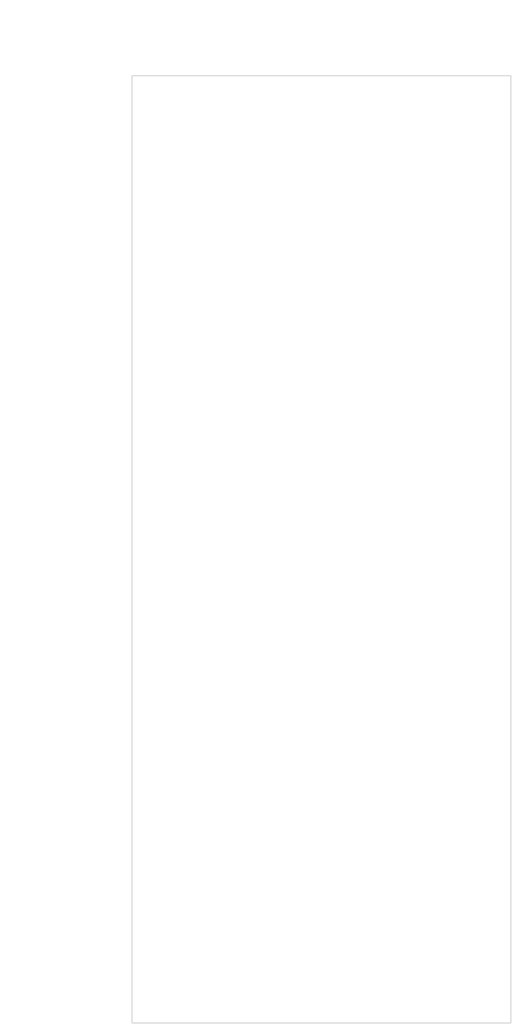
<source format=kicad_pcb>
(kicad_pcb (version 20171130) (host pcbnew 5.1.10)

  (general
    (thickness 1.6)
    (drawings 6)
    (tracks 0)
    (zones 0)
    (modules 0)
    (nets 1)
  )

  (page A4)
  (layers
    (0 F.Cu signal)
    (31 B.Cu signal)
    (32 B.Adhes user)
    (33 F.Adhes user)
    (34 B.Paste user)
    (35 F.Paste user)
    (36 B.SilkS user)
    (37 F.SilkS user)
    (38 B.Mask user)
    (39 F.Mask user)
    (40 Dwgs.User user)
    (41 Cmts.User user)
    (42 Eco1.User user)
    (43 Eco2.User user)
    (44 Edge.Cuts user)
    (45 Margin user)
    (46 B.CrtYd user)
    (47 F.CrtYd user)
    (48 B.Fab user)
    (49 F.Fab user)
  )

  (setup
    (last_trace_width 0.25)
    (user_trace_width 0.8)
    (trace_clearance 0.2)
    (zone_clearance 0.508)
    (zone_45_only no)
    (trace_min 0.2)
    (via_size 0.8)
    (via_drill 0.4)
    (via_min_size 0.4)
    (via_min_drill 0.3)
    (uvia_size 0.3)
    (uvia_drill 0.1)
    (uvias_allowed no)
    (uvia_min_size 0.2)
    (uvia_min_drill 0.1)
    (edge_width 0.05)
    (segment_width 0.2)
    (pcb_text_width 0.3)
    (pcb_text_size 1.5 1.5)
    (mod_edge_width 0.12)
    (mod_text_size 1 1)
    (mod_text_width 0.15)
    (pad_size 1.524 1.524)
    (pad_drill 0.762)
    (pad_to_mask_clearance 0)
    (aux_axis_origin 0 0)
    (visible_elements FFFFFF7F)
    (pcbplotparams
      (layerselection 0x010fc_ffffffff)
      (usegerberextensions false)
      (usegerberattributes true)
      (usegerberadvancedattributes true)
      (creategerberjobfile true)
      (excludeedgelayer true)
      (linewidth 0.100000)
      (plotframeref false)
      (viasonmask false)
      (mode 1)
      (useauxorigin false)
      (hpglpennumber 1)
      (hpglpenspeed 20)
      (hpglpendiameter 15.000000)
      (psnegative false)
      (psa4output false)
      (plotreference true)
      (plotvalue true)
      (plotinvisibletext false)
      (padsonsilk false)
      (subtractmaskfromsilk false)
      (outputformat 1)
      (mirror false)
      (drillshape 1)
      (scaleselection 1)
      (outputdirectory ""))
  )

  (net 0 "")

  (net_class Default "This is the default net class."
    (clearance 0.2)
    (trace_width 0.25)
    (via_dia 0.8)
    (via_drill 0.4)
    (uvia_dia 0.3)
    (uvia_drill 0.1)
  )

  (dimension 50 (width 0.15) (layer Dwgs.User)
    (gr_text "50.000 mm" (at 116.7 95 270) (layer Dwgs.User)
      (effects (font (size 1 1) (thickness 0.15)))
    )
    (feature1 (pts (xy 119 120) (xy 117.413579 120)))
    (feature2 (pts (xy 119 70) (xy 117.413579 70)))
    (crossbar (pts (xy 118 70) (xy 118 120)))
    (arrow1a (pts (xy 118 120) (xy 117.413579 118.873496)))
    (arrow1b (pts (xy 118 120) (xy 118.586421 118.873496)))
    (arrow2a (pts (xy 118 70) (xy 117.413579 71.126504)))
    (arrow2b (pts (xy 118 70) (xy 118.586421 71.126504)))
  )
  (dimension 20 (width 0.15) (layer Dwgs.User)
    (gr_text "20.000 mm" (at 130 66.7) (layer Dwgs.User)
      (effects (font (size 1 1) (thickness 0.15)))
    )
    (feature1 (pts (xy 140 69) (xy 140 67.413579)))
    (feature2 (pts (xy 120 69) (xy 120 67.413579)))
    (crossbar (pts (xy 120 68) (xy 140 68)))
    (arrow1a (pts (xy 140 68) (xy 138.873496 68.586421)))
    (arrow1b (pts (xy 140 68) (xy 138.873496 67.413579)))
    (arrow2a (pts (xy 120 68) (xy 121.126504 68.586421)))
    (arrow2b (pts (xy 120 68) (xy 121.126504 67.413579)))
  )
  (gr_line (start 140 70) (end 120 70) (layer Edge.Cuts) (width 0.05) (tstamp 620DAD2E))
  (gr_line (start 140 120) (end 140 70) (layer Edge.Cuts) (width 0.05))
  (gr_line (start 120 120) (end 140 120) (layer Edge.Cuts) (width 0.05))
  (gr_line (start 120 70) (end 120 120) (layer Edge.Cuts) (width 0.05))

)

</source>
